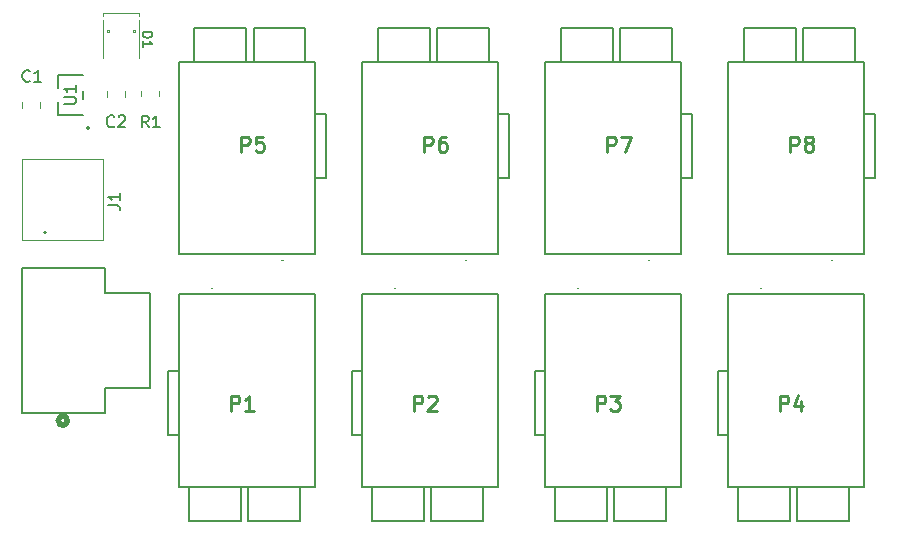
<source format=gbr>
%TF.GenerationSoftware,KiCad,Pcbnew,9.0.3*%
%TF.CreationDate,2025-08-13T11:49:18-07:00*%
%TF.ProjectId,PD Board,50442042-6f61-4726-942e-6b696361645f,rev?*%
%TF.SameCoordinates,Original*%
%TF.FileFunction,Legend,Top*%
%TF.FilePolarity,Positive*%
%FSLAX46Y46*%
G04 Gerber Fmt 4.6, Leading zero omitted, Abs format (unit mm)*
G04 Created by KiCad (PCBNEW 9.0.3) date 2025-08-13 11:49:18*
%MOMM*%
%LPD*%
G01*
G04 APERTURE LIST*
%ADD10C,0.254000*%
%ADD11C,0.200000*%
%ADD12C,0.150000*%
%ADD13C,0.100000*%
%ADD14C,0.191421*%
%ADD15C,0.120000*%
%ADD16C,0.152400*%
%ADD17C,0.508000*%
G04 APERTURE END LIST*
D10*
X140792618Y-105979318D02*
X140792618Y-104709318D01*
X140792618Y-104709318D02*
X141276428Y-104709318D01*
X141276428Y-104709318D02*
X141397380Y-104769794D01*
X141397380Y-104769794D02*
X141457857Y-104830270D01*
X141457857Y-104830270D02*
X141518333Y-104951222D01*
X141518333Y-104951222D02*
X141518333Y-105132651D01*
X141518333Y-105132651D02*
X141457857Y-105253603D01*
X141457857Y-105253603D02*
X141397380Y-105314080D01*
X141397380Y-105314080D02*
X141276428Y-105374556D01*
X141276428Y-105374556D02*
X140792618Y-105374556D01*
X141941666Y-104709318D02*
X142788333Y-104709318D01*
X142788333Y-104709318D02*
X142244047Y-105979318D01*
D11*
X98532219Y-110503333D02*
X99246504Y-110503333D01*
X99246504Y-110503333D02*
X99389361Y-110550952D01*
X99389361Y-110550952D02*
X99484600Y-110646190D01*
X99484600Y-110646190D02*
X99532219Y-110789047D01*
X99532219Y-110789047D02*
X99532219Y-110884285D01*
X99532219Y-109503333D02*
X99532219Y-110074761D01*
X99532219Y-109789047D02*
X98532219Y-109789047D01*
X98532219Y-109789047D02*
X98675076Y-109884285D01*
X98675076Y-109884285D02*
X98770314Y-109979523D01*
X98770314Y-109979523D02*
X98817933Y-110074761D01*
D12*
X91883333Y-99969580D02*
X91835714Y-100017200D01*
X91835714Y-100017200D02*
X91692857Y-100064819D01*
X91692857Y-100064819D02*
X91597619Y-100064819D01*
X91597619Y-100064819D02*
X91454762Y-100017200D01*
X91454762Y-100017200D02*
X91359524Y-99921961D01*
X91359524Y-99921961D02*
X91311905Y-99826723D01*
X91311905Y-99826723D02*
X91264286Y-99636247D01*
X91264286Y-99636247D02*
X91264286Y-99493390D01*
X91264286Y-99493390D02*
X91311905Y-99302914D01*
X91311905Y-99302914D02*
X91359524Y-99207676D01*
X91359524Y-99207676D02*
X91454762Y-99112438D01*
X91454762Y-99112438D02*
X91597619Y-99064819D01*
X91597619Y-99064819D02*
X91692857Y-99064819D01*
X91692857Y-99064819D02*
X91835714Y-99112438D01*
X91835714Y-99112438D02*
X91883333Y-99160057D01*
X92835714Y-100064819D02*
X92264286Y-100064819D01*
X92550000Y-100064819D02*
X92550000Y-99064819D01*
X92550000Y-99064819D02*
X92454762Y-99207676D01*
X92454762Y-99207676D02*
X92359524Y-99302914D01*
X92359524Y-99302914D02*
X92264286Y-99350533D01*
D10*
X139892618Y-127899318D02*
X139892618Y-126629318D01*
X139892618Y-126629318D02*
X140376428Y-126629318D01*
X140376428Y-126629318D02*
X140497380Y-126689794D01*
X140497380Y-126689794D02*
X140557857Y-126750270D01*
X140557857Y-126750270D02*
X140618333Y-126871222D01*
X140618333Y-126871222D02*
X140618333Y-127052651D01*
X140618333Y-127052651D02*
X140557857Y-127173603D01*
X140557857Y-127173603D02*
X140497380Y-127234080D01*
X140497380Y-127234080D02*
X140376428Y-127294556D01*
X140376428Y-127294556D02*
X139892618Y-127294556D01*
X141041666Y-126629318D02*
X141827857Y-126629318D01*
X141827857Y-126629318D02*
X141404523Y-127113127D01*
X141404523Y-127113127D02*
X141585952Y-127113127D01*
X141585952Y-127113127D02*
X141706904Y-127173603D01*
X141706904Y-127173603D02*
X141767380Y-127234080D01*
X141767380Y-127234080D02*
X141827857Y-127355032D01*
X141827857Y-127355032D02*
X141827857Y-127657413D01*
X141827857Y-127657413D02*
X141767380Y-127778365D01*
X141767380Y-127778365D02*
X141706904Y-127838842D01*
X141706904Y-127838842D02*
X141585952Y-127899318D01*
X141585952Y-127899318D02*
X141223095Y-127899318D01*
X141223095Y-127899318D02*
X141102142Y-127838842D01*
X141102142Y-127838842D02*
X141041666Y-127778365D01*
D12*
X101462704Y-95859524D02*
X102262704Y-95859524D01*
X102262704Y-95859524D02*
X102262704Y-96050000D01*
X102262704Y-96050000D02*
X102224609Y-96164286D01*
X102224609Y-96164286D02*
X102148419Y-96240476D01*
X102148419Y-96240476D02*
X102072228Y-96278571D01*
X102072228Y-96278571D02*
X101919847Y-96316667D01*
X101919847Y-96316667D02*
X101805561Y-96316667D01*
X101805561Y-96316667D02*
X101653180Y-96278571D01*
X101653180Y-96278571D02*
X101576990Y-96240476D01*
X101576990Y-96240476D02*
X101500800Y-96164286D01*
X101500800Y-96164286D02*
X101462704Y-96050000D01*
X101462704Y-96050000D02*
X101462704Y-95859524D01*
X101462704Y-97078571D02*
X101462704Y-96621428D01*
X101462704Y-96850000D02*
X102262704Y-96850000D01*
X102262704Y-96850000D02*
X102148419Y-96773809D01*
X102148419Y-96773809D02*
X102072228Y-96697619D01*
X102072228Y-96697619D02*
X102034133Y-96621428D01*
D10*
X156292618Y-105979318D02*
X156292618Y-104709318D01*
X156292618Y-104709318D02*
X156776428Y-104709318D01*
X156776428Y-104709318D02*
X156897380Y-104769794D01*
X156897380Y-104769794D02*
X156957857Y-104830270D01*
X156957857Y-104830270D02*
X157018333Y-104951222D01*
X157018333Y-104951222D02*
X157018333Y-105132651D01*
X157018333Y-105132651D02*
X156957857Y-105253603D01*
X156957857Y-105253603D02*
X156897380Y-105314080D01*
X156897380Y-105314080D02*
X156776428Y-105374556D01*
X156776428Y-105374556D02*
X156292618Y-105374556D01*
X157744047Y-105253603D02*
X157623095Y-105193127D01*
X157623095Y-105193127D02*
X157562618Y-105132651D01*
X157562618Y-105132651D02*
X157502142Y-105011699D01*
X157502142Y-105011699D02*
X157502142Y-104951222D01*
X157502142Y-104951222D02*
X157562618Y-104830270D01*
X157562618Y-104830270D02*
X157623095Y-104769794D01*
X157623095Y-104769794D02*
X157744047Y-104709318D01*
X157744047Y-104709318D02*
X157985952Y-104709318D01*
X157985952Y-104709318D02*
X158106904Y-104769794D01*
X158106904Y-104769794D02*
X158167380Y-104830270D01*
X158167380Y-104830270D02*
X158227857Y-104951222D01*
X158227857Y-104951222D02*
X158227857Y-105011699D01*
X158227857Y-105011699D02*
X158167380Y-105132651D01*
X158167380Y-105132651D02*
X158106904Y-105193127D01*
X158106904Y-105193127D02*
X157985952Y-105253603D01*
X157985952Y-105253603D02*
X157744047Y-105253603D01*
X157744047Y-105253603D02*
X157623095Y-105314080D01*
X157623095Y-105314080D02*
X157562618Y-105374556D01*
X157562618Y-105374556D02*
X157502142Y-105495508D01*
X157502142Y-105495508D02*
X157502142Y-105737413D01*
X157502142Y-105737413D02*
X157562618Y-105858365D01*
X157562618Y-105858365D02*
X157623095Y-105918842D01*
X157623095Y-105918842D02*
X157744047Y-105979318D01*
X157744047Y-105979318D02*
X157985952Y-105979318D01*
X157985952Y-105979318D02*
X158106904Y-105918842D01*
X158106904Y-105918842D02*
X158167380Y-105858365D01*
X158167380Y-105858365D02*
X158227857Y-105737413D01*
X158227857Y-105737413D02*
X158227857Y-105495508D01*
X158227857Y-105495508D02*
X158167380Y-105374556D01*
X158167380Y-105374556D02*
X158106904Y-105314080D01*
X158106904Y-105314080D02*
X157985952Y-105253603D01*
X155392618Y-127899318D02*
X155392618Y-126629318D01*
X155392618Y-126629318D02*
X155876428Y-126629318D01*
X155876428Y-126629318D02*
X155997380Y-126689794D01*
X155997380Y-126689794D02*
X156057857Y-126750270D01*
X156057857Y-126750270D02*
X156118333Y-126871222D01*
X156118333Y-126871222D02*
X156118333Y-127052651D01*
X156118333Y-127052651D02*
X156057857Y-127173603D01*
X156057857Y-127173603D02*
X155997380Y-127234080D01*
X155997380Y-127234080D02*
X155876428Y-127294556D01*
X155876428Y-127294556D02*
X155392618Y-127294556D01*
X157206904Y-127052651D02*
X157206904Y-127899318D01*
X156904523Y-126568842D02*
X156602142Y-127475984D01*
X156602142Y-127475984D02*
X157388333Y-127475984D01*
X108892618Y-127899318D02*
X108892618Y-126629318D01*
X108892618Y-126629318D02*
X109376428Y-126629318D01*
X109376428Y-126629318D02*
X109497380Y-126689794D01*
X109497380Y-126689794D02*
X109557857Y-126750270D01*
X109557857Y-126750270D02*
X109618333Y-126871222D01*
X109618333Y-126871222D02*
X109618333Y-127052651D01*
X109618333Y-127052651D02*
X109557857Y-127173603D01*
X109557857Y-127173603D02*
X109497380Y-127234080D01*
X109497380Y-127234080D02*
X109376428Y-127294556D01*
X109376428Y-127294556D02*
X108892618Y-127294556D01*
X110827857Y-127899318D02*
X110102142Y-127899318D01*
X110464999Y-127899318D02*
X110464999Y-126629318D01*
X110464999Y-126629318D02*
X110344047Y-126810746D01*
X110344047Y-126810746D02*
X110223095Y-126931699D01*
X110223095Y-126931699D02*
X110102142Y-126992175D01*
D12*
X99033333Y-103809580D02*
X98985714Y-103857200D01*
X98985714Y-103857200D02*
X98842857Y-103904819D01*
X98842857Y-103904819D02*
X98747619Y-103904819D01*
X98747619Y-103904819D02*
X98604762Y-103857200D01*
X98604762Y-103857200D02*
X98509524Y-103761961D01*
X98509524Y-103761961D02*
X98461905Y-103666723D01*
X98461905Y-103666723D02*
X98414286Y-103476247D01*
X98414286Y-103476247D02*
X98414286Y-103333390D01*
X98414286Y-103333390D02*
X98461905Y-103142914D01*
X98461905Y-103142914D02*
X98509524Y-103047676D01*
X98509524Y-103047676D02*
X98604762Y-102952438D01*
X98604762Y-102952438D02*
X98747619Y-102904819D01*
X98747619Y-102904819D02*
X98842857Y-102904819D01*
X98842857Y-102904819D02*
X98985714Y-102952438D01*
X98985714Y-102952438D02*
X99033333Y-103000057D01*
X99414286Y-103000057D02*
X99461905Y-102952438D01*
X99461905Y-102952438D02*
X99557143Y-102904819D01*
X99557143Y-102904819D02*
X99795238Y-102904819D01*
X99795238Y-102904819D02*
X99890476Y-102952438D01*
X99890476Y-102952438D02*
X99938095Y-103000057D01*
X99938095Y-103000057D02*
X99985714Y-103095295D01*
X99985714Y-103095295D02*
X99985714Y-103190533D01*
X99985714Y-103190533D02*
X99938095Y-103333390D01*
X99938095Y-103333390D02*
X99366667Y-103904819D01*
X99366667Y-103904819D02*
X99985714Y-103904819D01*
D10*
X124392618Y-127899318D02*
X124392618Y-126629318D01*
X124392618Y-126629318D02*
X124876428Y-126629318D01*
X124876428Y-126629318D02*
X124997380Y-126689794D01*
X124997380Y-126689794D02*
X125057857Y-126750270D01*
X125057857Y-126750270D02*
X125118333Y-126871222D01*
X125118333Y-126871222D02*
X125118333Y-127052651D01*
X125118333Y-127052651D02*
X125057857Y-127173603D01*
X125057857Y-127173603D02*
X124997380Y-127234080D01*
X124997380Y-127234080D02*
X124876428Y-127294556D01*
X124876428Y-127294556D02*
X124392618Y-127294556D01*
X125602142Y-126750270D02*
X125662618Y-126689794D01*
X125662618Y-126689794D02*
X125783571Y-126629318D01*
X125783571Y-126629318D02*
X126085952Y-126629318D01*
X126085952Y-126629318D02*
X126206904Y-126689794D01*
X126206904Y-126689794D02*
X126267380Y-126750270D01*
X126267380Y-126750270D02*
X126327857Y-126871222D01*
X126327857Y-126871222D02*
X126327857Y-126992175D01*
X126327857Y-126992175D02*
X126267380Y-127173603D01*
X126267380Y-127173603D02*
X125541666Y-127899318D01*
X125541666Y-127899318D02*
X126327857Y-127899318D01*
D12*
X101943333Y-103914819D02*
X101610000Y-103438628D01*
X101371905Y-103914819D02*
X101371905Y-102914819D01*
X101371905Y-102914819D02*
X101752857Y-102914819D01*
X101752857Y-102914819D02*
X101848095Y-102962438D01*
X101848095Y-102962438D02*
X101895714Y-103010057D01*
X101895714Y-103010057D02*
X101943333Y-103105295D01*
X101943333Y-103105295D02*
X101943333Y-103248152D01*
X101943333Y-103248152D02*
X101895714Y-103343390D01*
X101895714Y-103343390D02*
X101848095Y-103391009D01*
X101848095Y-103391009D02*
X101752857Y-103438628D01*
X101752857Y-103438628D02*
X101371905Y-103438628D01*
X102895714Y-103914819D02*
X102324286Y-103914819D01*
X102610000Y-103914819D02*
X102610000Y-102914819D01*
X102610000Y-102914819D02*
X102514762Y-103057676D01*
X102514762Y-103057676D02*
X102419524Y-103152914D01*
X102419524Y-103152914D02*
X102324286Y-103200533D01*
X94788619Y-101931904D02*
X95598142Y-101931904D01*
X95598142Y-101931904D02*
X95693380Y-101884285D01*
X95693380Y-101884285D02*
X95741000Y-101836666D01*
X95741000Y-101836666D02*
X95788619Y-101741428D01*
X95788619Y-101741428D02*
X95788619Y-101550952D01*
X95788619Y-101550952D02*
X95741000Y-101455714D01*
X95741000Y-101455714D02*
X95693380Y-101408095D01*
X95693380Y-101408095D02*
X95598142Y-101360476D01*
X95598142Y-101360476D02*
X94788619Y-101360476D01*
X95788619Y-100360476D02*
X95788619Y-100931904D01*
X95788619Y-100646190D02*
X94788619Y-100646190D01*
X94788619Y-100646190D02*
X94931476Y-100741428D01*
X94931476Y-100741428D02*
X95026714Y-100836666D01*
X95026714Y-100836666D02*
X95074333Y-100931904D01*
D10*
X125292618Y-105979318D02*
X125292618Y-104709318D01*
X125292618Y-104709318D02*
X125776428Y-104709318D01*
X125776428Y-104709318D02*
X125897380Y-104769794D01*
X125897380Y-104769794D02*
X125957857Y-104830270D01*
X125957857Y-104830270D02*
X126018333Y-104951222D01*
X126018333Y-104951222D02*
X126018333Y-105132651D01*
X126018333Y-105132651D02*
X125957857Y-105253603D01*
X125957857Y-105253603D02*
X125897380Y-105314080D01*
X125897380Y-105314080D02*
X125776428Y-105374556D01*
X125776428Y-105374556D02*
X125292618Y-105374556D01*
X127106904Y-104709318D02*
X126864999Y-104709318D01*
X126864999Y-104709318D02*
X126744047Y-104769794D01*
X126744047Y-104769794D02*
X126683571Y-104830270D01*
X126683571Y-104830270D02*
X126562618Y-105011699D01*
X126562618Y-105011699D02*
X126502142Y-105253603D01*
X126502142Y-105253603D02*
X126502142Y-105737413D01*
X126502142Y-105737413D02*
X126562618Y-105858365D01*
X126562618Y-105858365D02*
X126623095Y-105918842D01*
X126623095Y-105918842D02*
X126744047Y-105979318D01*
X126744047Y-105979318D02*
X126985952Y-105979318D01*
X126985952Y-105979318D02*
X127106904Y-105918842D01*
X127106904Y-105918842D02*
X127167380Y-105858365D01*
X127167380Y-105858365D02*
X127227857Y-105737413D01*
X127227857Y-105737413D02*
X127227857Y-105435032D01*
X127227857Y-105435032D02*
X127167380Y-105314080D01*
X127167380Y-105314080D02*
X127106904Y-105253603D01*
X127106904Y-105253603D02*
X126985952Y-105193127D01*
X126985952Y-105193127D02*
X126744047Y-105193127D01*
X126744047Y-105193127D02*
X126623095Y-105253603D01*
X126623095Y-105253603D02*
X126562618Y-105314080D01*
X126562618Y-105314080D02*
X126502142Y-105435032D01*
X109792618Y-105979318D02*
X109792618Y-104709318D01*
X109792618Y-104709318D02*
X110276428Y-104709318D01*
X110276428Y-104709318D02*
X110397380Y-104769794D01*
X110397380Y-104769794D02*
X110457857Y-104830270D01*
X110457857Y-104830270D02*
X110518333Y-104951222D01*
X110518333Y-104951222D02*
X110518333Y-105132651D01*
X110518333Y-105132651D02*
X110457857Y-105253603D01*
X110457857Y-105253603D02*
X110397380Y-105314080D01*
X110397380Y-105314080D02*
X110276428Y-105374556D01*
X110276428Y-105374556D02*
X109792618Y-105374556D01*
X111667380Y-104709318D02*
X111062618Y-104709318D01*
X111062618Y-104709318D02*
X111002142Y-105314080D01*
X111002142Y-105314080D02*
X111062618Y-105253603D01*
X111062618Y-105253603D02*
X111183571Y-105193127D01*
X111183571Y-105193127D02*
X111485952Y-105193127D01*
X111485952Y-105193127D02*
X111606904Y-105253603D01*
X111606904Y-105253603D02*
X111667380Y-105314080D01*
X111667380Y-105314080D02*
X111727857Y-105435032D01*
X111727857Y-105435032D02*
X111727857Y-105737413D01*
X111727857Y-105737413D02*
X111667380Y-105858365D01*
X111667380Y-105858365D02*
X111606904Y-105918842D01*
X111606904Y-105918842D02*
X111485952Y-105979318D01*
X111485952Y-105979318D02*
X111183571Y-105979318D01*
X111183571Y-105979318D02*
X111062618Y-105918842D01*
X111062618Y-105918842D02*
X111002142Y-105858365D01*
D11*
%TO.C,P7*%
X135530000Y-98380000D02*
X147030000Y-98380000D01*
X135530000Y-114680000D02*
X135530000Y-98380000D01*
X136830000Y-95480000D02*
X136830000Y-98380000D01*
X141230000Y-95480000D02*
X136830000Y-95480000D01*
X141230000Y-98380000D02*
X141230000Y-95480000D01*
X141830000Y-95480000D02*
X141830000Y-98380000D01*
D13*
X144230000Y-115180000D02*
X144230000Y-115180000D01*
X144330000Y-115180000D02*
X144330000Y-115180000D01*
D11*
X146230000Y-95480000D02*
X141830000Y-95480000D01*
X146230000Y-98380000D02*
X146230000Y-95480000D01*
X147030000Y-98380000D02*
X147030000Y-114680000D01*
X147030000Y-108180000D02*
X147930000Y-108180000D01*
X147030000Y-114680000D02*
X135530000Y-114680000D01*
X147930000Y-102780000D02*
X147030000Y-102780000D01*
X147930000Y-108180000D02*
X147930000Y-102780000D01*
D13*
X144230000Y-115180000D02*
G75*
G02*
X144330000Y-115180000I50000J0D01*
G01*
X144330000Y-115180000D02*
G75*
G02*
X144230000Y-115180000I-50000J0D01*
G01*
%TO.C,J1*%
X91250000Y-106595000D02*
X98110000Y-106595000D01*
X91250000Y-113445000D02*
X91250000Y-106595000D01*
X98110000Y-106595000D02*
X98110000Y-113445000D01*
X98110000Y-113445000D02*
X91250000Y-113445000D01*
D14*
X93275710Y-112820000D02*
G75*
G02*
X93084290Y-112820000I-95710J0D01*
G01*
X93084290Y-112820000D02*
G75*
G02*
X93275710Y-112820000I95710J0D01*
G01*
D15*
%TO.C,C1*%
X91255000Y-101738748D02*
X91255000Y-102261252D01*
X92725000Y-101738748D02*
X92725000Y-102261252D01*
D11*
%TO.C,P3*%
X134630000Y-124550000D02*
X134630000Y-129950000D01*
X134630000Y-129950000D02*
X135530000Y-129950000D01*
X135530000Y-118050000D02*
X147030000Y-118050000D01*
X135530000Y-124550000D02*
X134630000Y-124550000D01*
X135530000Y-134350000D02*
X135530000Y-118050000D01*
X136330000Y-134350000D02*
X136330000Y-137250000D01*
X136330000Y-137250000D02*
X140730000Y-137250000D01*
D13*
X138230000Y-117550000D02*
X138230000Y-117550000D01*
X138330000Y-117550000D02*
X138330000Y-117550000D01*
D11*
X140730000Y-137250000D02*
X140730000Y-134350000D01*
X141330000Y-134350000D02*
X141330000Y-137250000D01*
X141330000Y-137250000D02*
X145730000Y-137250000D01*
X145730000Y-137250000D02*
X145730000Y-134350000D01*
X147030000Y-118050000D02*
X147030000Y-134350000D01*
X147030000Y-134350000D02*
X135530000Y-134350000D01*
D13*
X138230000Y-117550000D02*
G75*
G02*
X138330000Y-117550000I50000J0D01*
G01*
X138330000Y-117550000D02*
G75*
G02*
X138230000Y-117550000I-50000J0D01*
G01*
D15*
%TO.C,D1*%
X98125000Y-94250000D02*
X98125000Y-94450000D01*
X98125000Y-94850000D02*
X98125000Y-98050000D01*
X101125000Y-94250000D02*
X98125000Y-94250000D01*
X101125000Y-94250000D02*
X101125000Y-94450000D01*
X101125000Y-94850000D02*
X101125000Y-98050000D01*
X98425000Y-95650000D02*
X98625000Y-95650000D01*
X98625000Y-95850000D01*
X98425000Y-95850000D01*
X98425000Y-95650000D01*
X100825000Y-95650000D02*
X100625000Y-95650000D01*
X100625000Y-95850000D01*
X100825000Y-95850000D01*
X100825000Y-95650000D01*
D11*
%TO.C,P8*%
X151030000Y-98380000D02*
X162530000Y-98380000D01*
X151030000Y-114680000D02*
X151030000Y-98380000D01*
X152330000Y-95480000D02*
X152330000Y-98380000D01*
X156730000Y-95480000D02*
X152330000Y-95480000D01*
X156730000Y-98380000D02*
X156730000Y-95480000D01*
X157330000Y-95480000D02*
X157330000Y-98380000D01*
D13*
X159730000Y-115180000D02*
X159730000Y-115180000D01*
X159830000Y-115180000D02*
X159830000Y-115180000D01*
D11*
X161730000Y-95480000D02*
X157330000Y-95480000D01*
X161730000Y-98380000D02*
X161730000Y-95480000D01*
X162530000Y-98380000D02*
X162530000Y-114680000D01*
X162530000Y-108180000D02*
X163430000Y-108180000D01*
X162530000Y-114680000D02*
X151030000Y-114680000D01*
X163430000Y-102780000D02*
X162530000Y-102780000D01*
X163430000Y-108180000D02*
X163430000Y-102780000D01*
D13*
X159730000Y-115180000D02*
G75*
G02*
X159830000Y-115180000I50000J0D01*
G01*
X159830000Y-115180000D02*
G75*
G02*
X159730000Y-115180000I-50000J0D01*
G01*
D16*
%TO.C,M1*%
X91250103Y-115819800D02*
X91250103Y-128113400D01*
X91250103Y-128113400D02*
X98285903Y-128113400D01*
X98285898Y-117940700D02*
X98285903Y-115819800D01*
X98285898Y-125992500D02*
X102095898Y-125992500D01*
X98285903Y-115819800D02*
X91250103Y-115819800D01*
X98285903Y-128113400D02*
X98285898Y-125992500D01*
X102095898Y-117940700D02*
X98285898Y-117940700D01*
X102095898Y-125992500D02*
X102095898Y-117940700D01*
D17*
X95069902Y-128748400D02*
G75*
G02*
X94307902Y-128748400I-381000J0D01*
G01*
X94307902Y-128748400D02*
G75*
G02*
X95069902Y-128748400I381000J0D01*
G01*
D11*
%TO.C,P4*%
X150130000Y-124550000D02*
X150130000Y-129950000D01*
X150130000Y-129950000D02*
X151030000Y-129950000D01*
X151030000Y-118050000D02*
X162530000Y-118050000D01*
X151030000Y-124550000D02*
X150130000Y-124550000D01*
X151030000Y-134350000D02*
X151030000Y-118050000D01*
X151830000Y-134350000D02*
X151830000Y-137250000D01*
X151830000Y-137250000D02*
X156230000Y-137250000D01*
D13*
X153730000Y-117550000D02*
X153730000Y-117550000D01*
X153830000Y-117550000D02*
X153830000Y-117550000D01*
D11*
X156230000Y-137250000D02*
X156230000Y-134350000D01*
X156830000Y-134350000D02*
X156830000Y-137250000D01*
X156830000Y-137250000D02*
X161230000Y-137250000D01*
X161230000Y-137250000D02*
X161230000Y-134350000D01*
X162530000Y-118050000D02*
X162530000Y-134350000D01*
X162530000Y-134350000D02*
X151030000Y-134350000D01*
D13*
X153730000Y-117550000D02*
G75*
G02*
X153830000Y-117550000I50000J0D01*
G01*
X153830000Y-117550000D02*
G75*
G02*
X153730000Y-117550000I-50000J0D01*
G01*
D11*
%TO.C,P1*%
X103630000Y-124550000D02*
X103630000Y-129950000D01*
X103630000Y-129950000D02*
X104530000Y-129950000D01*
X104530000Y-118050000D02*
X116030000Y-118050000D01*
X104530000Y-124550000D02*
X103630000Y-124550000D01*
X104530000Y-134350000D02*
X104530000Y-118050000D01*
X105330000Y-134350000D02*
X105330000Y-137250000D01*
X105330000Y-137250000D02*
X109730000Y-137250000D01*
D13*
X107230000Y-117550000D02*
X107230000Y-117550000D01*
X107330000Y-117550000D02*
X107330000Y-117550000D01*
D11*
X109730000Y-137250000D02*
X109730000Y-134350000D01*
X110330000Y-134350000D02*
X110330000Y-137250000D01*
X110330000Y-137250000D02*
X114730000Y-137250000D01*
X114730000Y-137250000D02*
X114730000Y-134350000D01*
X116030000Y-118050000D02*
X116030000Y-134350000D01*
X116030000Y-134350000D02*
X104530000Y-134350000D01*
D13*
X107230000Y-117550000D02*
G75*
G02*
X107330000Y-117550000I50000J0D01*
G01*
X107330000Y-117550000D02*
G75*
G02*
X107230000Y-117550000I-50000J0D01*
G01*
D15*
%TO.C,C2*%
X98465000Y-100808748D02*
X98465000Y-101331252D01*
X99935000Y-100808748D02*
X99935000Y-101331252D01*
D11*
%TO.C,P2*%
X119130000Y-124550000D02*
X119130000Y-129950000D01*
X119130000Y-129950000D02*
X120030000Y-129950000D01*
X120030000Y-118050000D02*
X131530000Y-118050000D01*
X120030000Y-124550000D02*
X119130000Y-124550000D01*
X120030000Y-134350000D02*
X120030000Y-118050000D01*
X120830000Y-134350000D02*
X120830000Y-137250000D01*
X120830000Y-137250000D02*
X125230000Y-137250000D01*
D13*
X122730000Y-117550000D02*
X122730000Y-117550000D01*
X122830000Y-117550000D02*
X122830000Y-117550000D01*
D11*
X125230000Y-137250000D02*
X125230000Y-134350000D01*
X125830000Y-134350000D02*
X125830000Y-137250000D01*
X125830000Y-137250000D02*
X130230000Y-137250000D01*
X130230000Y-137250000D02*
X130230000Y-134350000D01*
X131530000Y-118050000D02*
X131530000Y-134350000D01*
X131530000Y-134350000D02*
X120030000Y-134350000D01*
D13*
X122730000Y-117550000D02*
G75*
G02*
X122830000Y-117550000I50000J0D01*
G01*
X122830000Y-117550000D02*
G75*
G02*
X122730000Y-117550000I-50000J0D01*
G01*
D15*
%TO.C,R1*%
X101315000Y-101257064D02*
X101315000Y-100802936D01*
X102785000Y-101257064D02*
X102785000Y-100802936D01*
D16*
%TO.C,U1*%
X94305100Y-99493600D02*
X94305100Y-100557860D01*
X94305100Y-101782140D02*
X94305100Y-102846400D01*
X94305100Y-102846400D02*
X96362500Y-102846400D01*
X96362500Y-99493600D02*
X94305100Y-99493600D01*
X96362500Y-101507861D02*
X96362500Y-100832139D01*
X96959400Y-103989400D02*
G75*
G02*
X96705400Y-103989400I-127000J0D01*
G01*
X96705400Y-103989400D02*
G75*
G02*
X96959400Y-103989400I127000J0D01*
G01*
D11*
%TO.C,P6*%
X120030000Y-98380000D02*
X131530000Y-98380000D01*
X120030000Y-114680000D02*
X120030000Y-98380000D01*
X121330000Y-95480000D02*
X121330000Y-98380000D01*
X125730000Y-95480000D02*
X121330000Y-95480000D01*
X125730000Y-98380000D02*
X125730000Y-95480000D01*
X126330000Y-95480000D02*
X126330000Y-98380000D01*
D13*
X128730000Y-115180000D02*
X128730000Y-115180000D01*
X128830000Y-115180000D02*
X128830000Y-115180000D01*
D11*
X130730000Y-95480000D02*
X126330000Y-95480000D01*
X130730000Y-98380000D02*
X130730000Y-95480000D01*
X131530000Y-98380000D02*
X131530000Y-114680000D01*
X131530000Y-108180000D02*
X132430000Y-108180000D01*
X131530000Y-114680000D02*
X120030000Y-114680000D01*
X132430000Y-102780000D02*
X131530000Y-102780000D01*
X132430000Y-108180000D02*
X132430000Y-102780000D01*
D13*
X128730000Y-115180000D02*
G75*
G02*
X128830000Y-115180000I50000J0D01*
G01*
X128830000Y-115180000D02*
G75*
G02*
X128730000Y-115180000I-50000J0D01*
G01*
D11*
%TO.C,P5*%
X104530000Y-98380000D02*
X116030000Y-98380000D01*
X104530000Y-114680000D02*
X104530000Y-98380000D01*
X105830000Y-95480000D02*
X105830000Y-98380000D01*
X110230000Y-95480000D02*
X105830000Y-95480000D01*
X110230000Y-98380000D02*
X110230000Y-95480000D01*
X110830000Y-95480000D02*
X110830000Y-98380000D01*
D13*
X113230000Y-115180000D02*
X113230000Y-115180000D01*
X113330000Y-115180000D02*
X113330000Y-115180000D01*
D11*
X115230000Y-95480000D02*
X110830000Y-95480000D01*
X115230000Y-98380000D02*
X115230000Y-95480000D01*
X116030000Y-98380000D02*
X116030000Y-114680000D01*
X116030000Y-108180000D02*
X116930000Y-108180000D01*
X116030000Y-114680000D02*
X104530000Y-114680000D01*
X116930000Y-102780000D02*
X116030000Y-102780000D01*
X116930000Y-108180000D02*
X116930000Y-102780000D01*
D13*
X113230000Y-115180000D02*
G75*
G02*
X113330000Y-115180000I50000J0D01*
G01*
X113330000Y-115180000D02*
G75*
G02*
X113230000Y-115180000I-50000J0D01*
G01*
%TD*%
M02*

</source>
